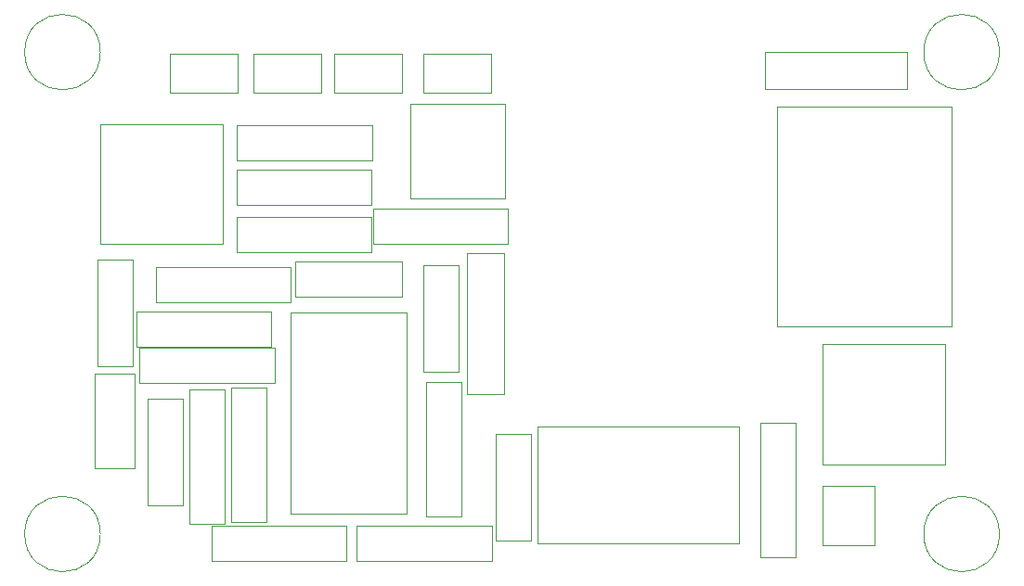
<source format=gbr>
G04 #@! TF.FileFunction,Other,User*
%FSLAX46Y46*%
G04 Gerber Fmt 4.6, Leading zero omitted, Abs format (unit mm)*
G04 Created by KiCad (PCBNEW 4.0.7-e2-6376~58~ubuntu16.04.1) date Sun Mar 17 12:09:54 2019*
%MOMM*%
%LPD*%
G01*
G04 APERTURE LIST*
%ADD10C,0.100000*%
%ADD11C,0.050000*%
G04 APERTURE END LIST*
D10*
D11*
X129222000Y-44120000D02*
X129222000Y-47320000D01*
X129222000Y-47320000D02*
X138922000Y-47320000D01*
X138922000Y-47320000D02*
X138922000Y-44120000D01*
X138922000Y-44120000D02*
X129222000Y-44120000D01*
X140894000Y-54166000D02*
X144094000Y-54166000D01*
X144094000Y-54166000D02*
X144094000Y-44466000D01*
X144094000Y-44466000D02*
X140894000Y-44466000D01*
X140894000Y-44466000D02*
X140894000Y-54166000D01*
X115748000Y-66358000D02*
X118948000Y-66358000D01*
X118948000Y-66358000D02*
X118948000Y-56658000D01*
X118948000Y-56658000D02*
X115748000Y-56658000D01*
X115748000Y-56658000D02*
X115748000Y-66358000D01*
X111176000Y-53658000D02*
X114376000Y-53658000D01*
X114376000Y-53658000D02*
X114376000Y-43958000D01*
X114376000Y-43958000D02*
X111176000Y-43958000D01*
X111176000Y-43958000D02*
X111176000Y-53658000D01*
X148258000Y-43354000D02*
X144858000Y-43354000D01*
X144858000Y-43354000D02*
X144858000Y-56254000D01*
X144858000Y-56254000D02*
X148258000Y-56254000D01*
X148258000Y-56254000D02*
X148258000Y-43354000D01*
X184992000Y-28370000D02*
X184992000Y-24970000D01*
X184992000Y-24970000D02*
X172092000Y-24970000D01*
X172092000Y-24970000D02*
X172092000Y-28370000D01*
X172092000Y-28370000D02*
X184992000Y-28370000D01*
X140948000Y-28724000D02*
X147098000Y-28724000D01*
X147098000Y-28724000D02*
X147098000Y-25124000D01*
X147098000Y-25124000D02*
X140948000Y-25124000D01*
X140948000Y-25124000D02*
X140948000Y-28724000D01*
X132820000Y-28724000D02*
X138970000Y-28724000D01*
X138970000Y-28724000D02*
X138970000Y-25124000D01*
X138970000Y-25124000D02*
X132820000Y-25124000D01*
X132820000Y-25124000D02*
X132820000Y-28724000D01*
X131594000Y-25124000D02*
X125444000Y-25124000D01*
X125444000Y-25124000D02*
X125444000Y-28724000D01*
X125444000Y-28724000D02*
X131594000Y-28724000D01*
X131594000Y-28724000D02*
X131594000Y-25124000D01*
X122648000Y-31544000D02*
X111448000Y-31544000D01*
X111448000Y-31544000D02*
X111448000Y-42544000D01*
X111448000Y-42544000D02*
X122648000Y-42544000D01*
X122648000Y-42544000D02*
X122648000Y-31544000D01*
X123974000Y-25124000D02*
X117824000Y-25124000D01*
X117824000Y-25124000D02*
X117824000Y-28724000D01*
X117824000Y-28724000D02*
X123974000Y-28724000D01*
X123974000Y-28724000D02*
X123974000Y-25124000D01*
X177326000Y-62690000D02*
X188526000Y-62690000D01*
X188526000Y-62690000D02*
X188526000Y-51690000D01*
X188526000Y-51690000D02*
X177326000Y-51690000D01*
X177326000Y-51690000D02*
X177326000Y-62690000D01*
X189052000Y-50046000D02*
X189052000Y-29946000D01*
X173152000Y-29946000D02*
X189052000Y-29946000D01*
X189052000Y-50046000D02*
X173152000Y-50046000D01*
X173152000Y-29946000D02*
X173152000Y-50046000D01*
X182054000Y-64580000D02*
X182054000Y-70040000D01*
X182054000Y-64580000D02*
X177314000Y-64580000D01*
X177314000Y-70040000D02*
X182054000Y-70040000D01*
X177314000Y-70040000D02*
X177314000Y-64580000D01*
X136178000Y-43256000D02*
X136178000Y-40056000D01*
X136178000Y-40056000D02*
X123878000Y-40056000D01*
X123878000Y-40056000D02*
X123878000Y-43256000D01*
X123878000Y-43256000D02*
X136178000Y-43256000D01*
X148624000Y-42494000D02*
X148624000Y-39294000D01*
X148624000Y-39294000D02*
X136324000Y-39294000D01*
X136324000Y-39294000D02*
X136324000Y-42494000D01*
X136324000Y-42494000D02*
X148624000Y-42494000D01*
X136178000Y-38938000D02*
X136178000Y-35738000D01*
X136178000Y-35738000D02*
X123878000Y-35738000D01*
X123878000Y-35738000D02*
X123878000Y-38938000D01*
X123878000Y-38938000D02*
X136178000Y-38938000D01*
X123918000Y-31674000D02*
X123918000Y-34874000D01*
X123918000Y-34874000D02*
X136218000Y-34874000D01*
X136218000Y-34874000D02*
X136218000Y-31674000D01*
X136218000Y-31674000D02*
X123918000Y-31674000D01*
X144348000Y-55084000D02*
X141148000Y-55084000D01*
X141148000Y-55084000D02*
X141148000Y-67384000D01*
X141148000Y-67384000D02*
X144348000Y-67384000D01*
X144348000Y-67384000D02*
X144348000Y-55084000D01*
X119558000Y-68106000D02*
X122758000Y-68106000D01*
X122758000Y-68106000D02*
X122758000Y-55806000D01*
X122758000Y-55806000D02*
X119558000Y-55806000D01*
X119558000Y-55806000D02*
X119558000Y-68106000D01*
X115028000Y-51994000D02*
X115028000Y-55194000D01*
X115028000Y-55194000D02*
X127328000Y-55194000D01*
X127328000Y-55194000D02*
X127328000Y-51994000D01*
X127328000Y-51994000D02*
X115028000Y-51994000D01*
X128812000Y-47828000D02*
X128812000Y-44628000D01*
X128812000Y-44628000D02*
X116512000Y-44628000D01*
X116512000Y-44628000D02*
X116512000Y-47828000D01*
X116512000Y-47828000D02*
X128812000Y-47828000D01*
X127034000Y-51892000D02*
X127034000Y-48692000D01*
X127034000Y-48692000D02*
X114734000Y-48692000D01*
X114734000Y-48692000D02*
X114734000Y-51892000D01*
X114734000Y-51892000D02*
X127034000Y-51892000D01*
X171628000Y-71154000D02*
X174828000Y-71154000D01*
X174828000Y-71154000D02*
X174828000Y-58854000D01*
X174828000Y-58854000D02*
X171628000Y-58854000D01*
X171628000Y-58854000D02*
X171628000Y-71154000D01*
X133892000Y-71450000D02*
X133892000Y-68250000D01*
X133892000Y-68250000D02*
X121592000Y-68250000D01*
X121592000Y-68250000D02*
X121592000Y-71450000D01*
X121592000Y-71450000D02*
X133892000Y-71450000D01*
X126568000Y-55592000D02*
X123368000Y-55592000D01*
X123368000Y-55592000D02*
X123368000Y-67892000D01*
X123368000Y-67892000D02*
X126568000Y-67892000D01*
X126568000Y-67892000D02*
X126568000Y-55592000D01*
X134840000Y-68250000D02*
X134840000Y-71450000D01*
X134840000Y-71450000D02*
X147140000Y-71450000D01*
X147140000Y-71450000D02*
X147140000Y-68250000D01*
X147140000Y-68250000D02*
X134840000Y-68250000D01*
X139422000Y-67132000D02*
X139422000Y-48732000D01*
X139422000Y-48732000D02*
X128822000Y-48732000D01*
X128822000Y-48732000D02*
X128822000Y-67132000D01*
X128822000Y-67132000D02*
X139422000Y-67132000D01*
X151308000Y-69826000D02*
X169708000Y-69826000D01*
X169708000Y-69826000D02*
X169708000Y-59226000D01*
X169708000Y-59226000D02*
X151308000Y-59226000D01*
X151308000Y-59226000D02*
X151308000Y-69826000D01*
X110976000Y-54334000D02*
X110976000Y-62984000D01*
X110976000Y-62984000D02*
X114576000Y-62984000D01*
X114576000Y-62984000D02*
X114576000Y-54334000D01*
X114576000Y-54334000D02*
X110976000Y-54334000D01*
X150698000Y-59880000D02*
X147498000Y-59880000D01*
X147498000Y-59880000D02*
X147498000Y-69580000D01*
X147498000Y-69580000D02*
X150698000Y-69580000D01*
X150698000Y-69580000D02*
X150698000Y-59880000D01*
X148396000Y-38386000D02*
X148396000Y-29686000D01*
X148396000Y-29686000D02*
X139696000Y-29686000D01*
X139696000Y-29686000D02*
X139696000Y-38386000D01*
X139696000Y-38386000D02*
X148396000Y-38386000D01*
X193450000Y-25000000D02*
G75*
G03X193450000Y-25000000I-3450000J0D01*
G01*
X193450000Y-69000000D02*
G75*
G03X193450000Y-69000000I-3450000J0D01*
G01*
X111450000Y-69000000D02*
G75*
G03X111450000Y-69000000I-3450000J0D01*
G01*
X111450000Y-25000000D02*
G75*
G03X111450000Y-25000000I-3450000J0D01*
G01*
M02*

</source>
